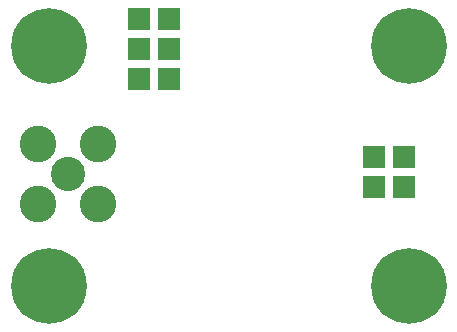
<source format=gbr>
G04 #@! TF.FileFunction,Soldermask,Top*
%FSLAX46Y46*%
G04 Gerber Fmt 4.6, Leading zero omitted, Abs format (unit mm)*
G04 Created by KiCad (PCBNEW 201609251018+7233~55~ubuntu16.04.1-) date Thu Sep 29 13:06:48 2016*
%MOMM*%
%LPD*%
G01*
G04 APERTURE LIST*
%ADD10C,0.100000*%
%ADD11R,1.924000X1.924000*%
%ADD12C,6.400000*%
%ADD13C,2.900000*%
%ADD14C,3.100000*%
G04 APERTURE END LIST*
D10*
D11*
X101625400Y-73888600D03*
X99085400Y-73888600D03*
X101625400Y-71348600D03*
X99085400Y-71348600D03*
X101625400Y-68808600D03*
X99085400Y-68808600D03*
X121539000Y-83007200D03*
X118999000Y-83007200D03*
X121539000Y-80467200D03*
X118999000Y-80467200D03*
D12*
X91440000Y-91440000D03*
X91440000Y-71120000D03*
X121920000Y-71120000D03*
X121920000Y-91440000D03*
D13*
X93091000Y-81915000D03*
D14*
X95631000Y-84455000D03*
X90551000Y-84455000D03*
X90551000Y-79375000D03*
X95631000Y-79375000D03*
M02*

</source>
